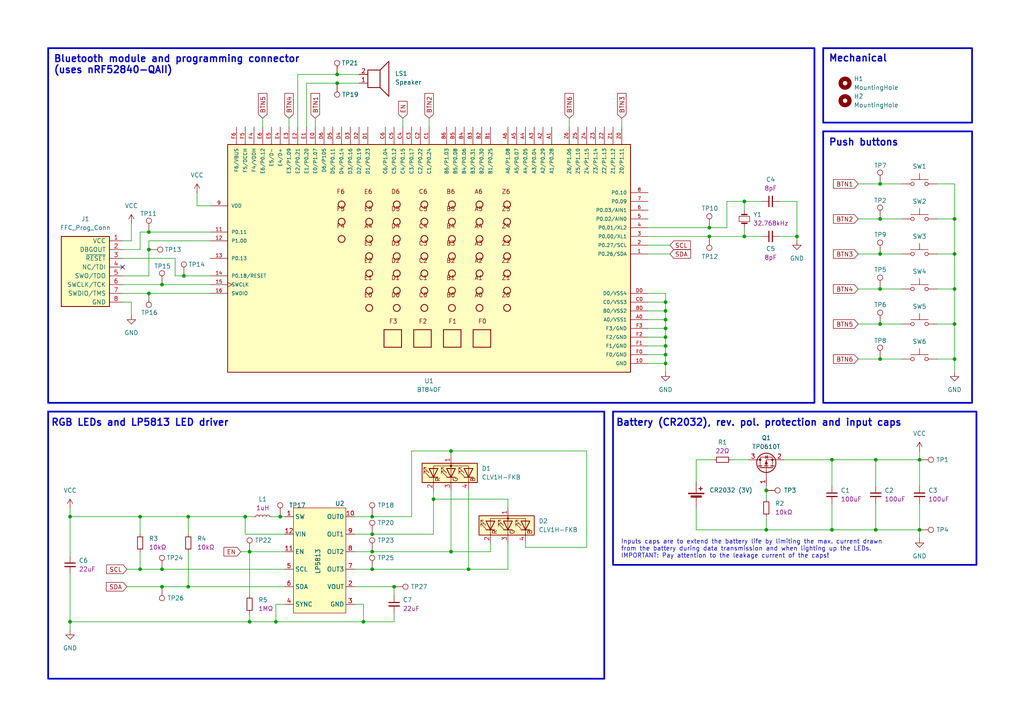
<source format=kicad_sch>
(kicad_sch (version 20250114) (generator "eeschema") (generator_version "9.0")
  (paper "A4")
  (title_block (title "Nordic Clicker - main board") (date "2025-02-08") (rev "A"))
  (rectangle (start 177.8 119.38) (end 283.21 163.83) (stroke (width 0.5)))
  (rectangle (start 238.76 13.97) (end 281.94 35.56) (stroke (width 0.5)))
  (rectangle (start 13.97 13.97) (end 236.22 116.84) (stroke (width 0.5)))
  (rectangle (start 238.76 38.1) (end 281.94 116.84) (stroke (width 0.5)))
  (rectangle (start 13.97 119.38) (end 175.26 196.85) (stroke (width 0.5)))
  (text "Heights above PCB:\nButtons: 2.5 mm\nButton cap lip: 1.0 mm\nLEDs: 1.9 mm\nFront panel PCB: min. FPP = 0.8 mm\n\n--> Light pipe length:\nFPP + 2.5 + 1.0 - 1.9 = min. 2.4 mm" (at 355.346 29.464 0) (effects (font (size 1.27 1.27)) (justify left)))
  (text "Push buttons" (at 240.284 41.402 0) (effects (font (size 2 2) (thickness 0.375)) (justify left)))
  (text "Bluetooth module and programming connector\n(uses nRF52840-QAII)" (at 15.494 18.796 0) (effects (font (size 2 2) (thickness 0.375)) (justify left)))
  (text "Inputs caps are to extend the battery life by limiting the max. current drawn\nfrom the battery during data transmission and when lighting up the LEDs.\nIMPORTANT: Pay attention to the leakage current of the caps!" (at 180.086 159.258 0) (effects (font (size 1.27 1.27)) (justify left)))
  (text "RGB LEDs and LP5813 LED driver" (at 14.732 122.682 0) (effects (font (size 2 2) (thickness 0.375)) (justify left)))
  (text "Battery (CR2032), rev. pol. protection and input caps" (at 178.562 122.682 0) (effects (font (size 2 2) (thickness 0.375)) (justify left)))
  (text "Mechanical" (at 240.284 17.018 0) (effects (font (size 2 2) (thickness 0.375)) (justify left)))
  (junction (at 105.41 180.34))
  (junction (at 205.74 68.58))
  (junction (at 276.86 93.98))
  (junction (at 54.61 170.18))
  (junction (at 255.27 83.82))
  (junction (at 231.14 68.58))
  (junction (at 193.04 90.17))
  (junction (at 255.27 104.14))
  (junction (at 130.81 130.81))
  (junction (at 72.39 180.34))
  (junction (at 46.99 82.55))
  (junction (at 114.3 170.18))
  (junction (at 40.64 165.1))
  (junction (at 46.99 165.1))
  (junction (at 193.04 95.25))
  (junction (at 125.73 144.78))
  (junction (at 43.18 85.09))
  (junction (at 97.79 21.59))
  (junction (at 80.01 180.34))
  (junction (at 255.27 53.34))
  (junction (at 254 153.67))
  (junction (at 107.95 165.1))
  (junction (at 193.04 102.87))
  (junction (at 276.86 83.82))
  (junction (at 241.3 153.67))
  (junction (at 43.18 67.31))
  (junction (at 40.64 149.86))
  (junction (at 193.04 105.41))
  (junction (at 193.04 87.63))
  (junction (at 107.95 160.02))
  (junction (at 193.04 97.79))
  (junction (at 130.81 160.02))
  (junction (at 135.89 165.1))
  (junction (at 276.86 104.14))
  (junction (at 266.7 153.67))
  (junction (at 193.04 100.33))
  (junction (at 81.28 149.86))
  (junction (at 205.74 66.04))
  (junction (at 54.61 149.86))
  (junction (at 241.3 133.35))
  (junction (at 46.99 170.18))
  (junction (at 53.34 80.01))
  (junction (at 255.27 93.98))
  (junction (at 107.95 154.94))
  (junction (at 215.9 68.58))
  (junction (at 222.25 153.67))
  (junction (at 255.27 63.5))
  (junction (at 107.95 149.86))
  (junction (at 276.86 73.66))
  (junction (at 193.04 92.71))
  (junction (at 43.18 72.39))
  (junction (at 222.25 142.24))
  (junction (at 266.7 133.35))
  (junction (at 255.27 73.66))
  (junction (at 72.39 160.02))
  (junction (at 71.12 149.86))
  (junction (at 20.32 180.34))
  (junction (at 215.9 58.42))
  (junction (at 254 133.35))
  (junction (at 97.79 24.13))
  (junction (at 20.32 149.86))
  (junction (at 276.86 63.5))
  (no_connect (at 35.56 77.47))
  (wire (pts (xy 43.18 85.09) (xy 60.96 85.09)))
  (wire (pts (xy 43.18 67.31) (xy 60.96 67.31)))
  (wire (pts (xy 231.14 58.42) (xy 231.14 68.58)))
  (wire (pts (xy 147.32 144.78) (xy 147.32 147.32)))
  (wire (pts (xy 114.3 177.8) (xy 114.3 180.34)))
  (wire (pts (xy 135.89 142.24) (xy 135.89 165.1)))
  (wire (pts (xy 201.93 133.35) (xy 207.01 133.35)))
  (wire (pts (xy 124.46 34.29) (xy 124.46 36.83)))
  (wire (pts (xy 201.93 147.32) (xy 201.93 153.67)))
  (wire (pts (xy 254 140.97) (xy 254 133.35)))
  (wire (pts (xy 187.96 95.25) (xy 193.04 95.25)))
  (wire (pts (xy 114.3 172.72) (xy 114.3 170.18)))
  (wire (pts (xy 135.89 165.1) (xy 147.32 165.1)))
  (wire (pts (xy 53.34 80.01) (xy 60.96 80.01)))
  (wire (pts (xy 187.96 87.63) (xy 193.04 87.63)))
  (wire (pts (xy 266.7 130.81) (xy 266.7 133.35)))
  (wire (pts (xy 107.95 154.94) (xy 125.73 154.94)))
  (wire (pts (xy 222.25 142.24) (xy 222.25 144.78)))
  (wire (pts (xy 193.04 102.87) (xy 193.04 105.41)))
  (wire (pts (xy 276.86 63.5) (xy 276.86 73.66)))
  (wire (pts (xy 271.78 104.14) (xy 276.86 104.14)))
  (wire (pts (xy 187.96 92.71) (xy 193.04 92.71)))
  (wire (pts (xy 165.1 34.29) (xy 165.1 36.83)))
  (wire (pts (xy 35.56 74.93) (xy 50.8 74.93)))
  (wire (pts (xy 187.96 68.58) (xy 205.74 68.58)))
  (wire (pts (xy 40.64 72.39) (xy 40.64 67.31)))
  (wire (pts (xy 71.12 154.94) (xy 71.12 149.86)))
  (wire (pts (xy 46.99 170.18) (xy 54.61 170.18)))
  (wire (pts (xy 255.27 104.14) (xy 261.62 104.14)))
  (wire (pts (xy 187.96 71.12) (xy 194.31 71.12)))
  (wire (pts (xy 248.92 73.66) (xy 255.27 73.66)))
  (wire (pts (xy 107.95 160.02) (xy 130.81 160.02)))
  (wire (pts (xy 88.9 36.83) (xy 88.9 24.13)))
  (wire (pts (xy 54.61 170.18) (xy 82.55 170.18)))
  (wire (pts (xy 114.3 180.34) (xy 105.41 180.34)))
  (wire (pts (xy 102.87 170.18) (xy 114.3 170.18)))
  (wire (pts (xy 170.18 158.75) (xy 170.18 130.81)))
  (wire (pts (xy 215.9 58.42) (xy 220.98 58.42)))
  (wire (pts (xy 226.06 68.58) (xy 231.14 68.58)))
  (wire (pts (xy 54.61 149.86) (xy 71.12 149.86)))
  (wire (pts (xy 248.92 53.34) (xy 255.27 53.34)))
  (wire (pts (xy 38.1 64.77) (xy 38.1 69.85)))
  (wire (pts (xy 210.82 58.42) (xy 215.9 58.42)))
  (wire (pts (xy 97.79 21.59) (xy 104.14 21.59)))
  (wire (pts (xy 205.74 66.04) (xy 210.82 66.04)))
  (wire (pts (xy 241.3 153.67) (xy 222.25 153.67)))
  (wire (pts (xy 193.04 92.71) (xy 193.04 95.25)))
  (wire (pts (xy 57.15 55.88) (xy 57.15 59.69)))
  (wire (pts (xy 271.78 83.82) (xy 276.86 83.82)))
  (wire (pts (xy 193.04 97.79) (xy 193.04 100.33)))
  (wire (pts (xy 102.87 149.86) (xy 107.95 149.86)))
  (wire (pts (xy 255.27 93.98) (xy 261.62 93.98)))
  (wire (pts (xy 248.92 63.5) (xy 255.27 63.5)))
  (wire (pts (xy 43.18 80.01) (xy 43.18 72.39)))
  (wire (pts (xy 20.32 166.37) (xy 20.32 180.34)))
  (wire (pts (xy 241.3 146.05) (xy 241.3 153.67)))
  (wire (pts (xy 82.55 154.94) (xy 71.12 154.94)))
  (wire (pts (xy 107.95 165.1) (xy 135.89 165.1)))
  (wire (pts (xy 46.99 82.55) (xy 60.96 82.55)))
  (wire (pts (xy 187.96 66.04) (xy 205.74 66.04)))
  (wire (pts (xy 83.82 34.29) (xy 83.82 36.83)))
  (wire (pts (xy 35.56 69.85) (xy 38.1 69.85)))
  (wire (pts (xy 57.15 59.69) (xy 60.96 59.69)))
  (wire (pts (xy 170.18 130.81) (xy 130.81 130.81)))
  (wire (pts (xy 35.56 87.63) (xy 38.1 87.63)))
  (wire (pts (xy 72.39 160.02) (xy 72.39 172.72)))
  (wire (pts (xy 40.64 149.86) (xy 40.64 154.94)))
  (wire (pts (xy 241.3 133.35) (xy 241.3 140.97)))
  (wire (pts (xy 205.74 68.58) (xy 215.9 68.58)))
  (wire (pts (xy 152.4 158.75) (xy 170.18 158.75)))
  (wire (pts (xy 78.74 149.86) (xy 81.28 149.86)))
  (wire (pts (xy 276.86 104.14) (xy 276.86 107.95)))
  (wire (pts (xy 222.25 153.67) (xy 222.25 149.86)))
  (wire (pts (xy 102.87 154.94) (xy 107.95 154.94)))
  (wire (pts (xy 212.09 133.35) (xy 217.17 133.35)))
  (wire (pts (xy 210.82 66.04) (xy 210.82 58.42)))
  (wire (pts (xy 40.64 160.02) (xy 40.64 165.1)))
  (wire (pts (xy 276.86 73.66) (xy 276.86 83.82)))
  (wire (pts (xy 102.87 160.02) (xy 107.95 160.02)))
  (wire (pts (xy 266.7 156.21) (xy 266.7 153.67)))
  (wire (pts (xy 20.32 180.34) (xy 72.39 180.34)))
  (wire (pts (xy 130.81 130.81) (xy 130.81 132.08)))
  (wire (pts (xy 276.86 83.82) (xy 276.86 93.98)))
  (wire (pts (xy 130.81 142.24) (xy 130.81 160.02)))
  (wire (pts (xy 125.73 144.78) (xy 147.32 144.78)))
  (wire (pts (xy 152.4 157.48) (xy 152.4 158.75)))
  (wire (pts (xy 80.01 180.34) (xy 105.41 180.34)))
  (wire (pts (xy 119.38 149.86) (xy 107.95 149.86)))
  (wire (pts (xy 193.04 95.25) (xy 193.04 97.79)))
  (wire (pts (xy 35.56 80.01) (xy 43.18 80.01)))
  (wire (pts (xy 40.64 165.1) (xy 46.99 165.1)))
  (wire (pts (xy 71.12 149.86) (xy 73.66 149.86)))
  (wire (pts (xy 125.73 154.94) (xy 125.73 144.78)))
  (wire (pts (xy 193.04 100.33) (xy 193.04 102.87)))
  (wire (pts (xy 254 146.05) (xy 254 153.67)))
  (wire (pts (xy 20.32 182.88) (xy 20.32 180.34)))
  (wire (pts (xy 187.96 97.79) (xy 193.04 97.79)))
  (wire (pts (xy 271.78 53.34) (xy 276.86 53.34)))
  (wire (pts (xy 187.96 105.41) (xy 193.04 105.41)))
  (wire (pts (xy 180.34 34.29) (xy 180.34 36.83)))
  (wire (pts (xy 81.28 149.86) (xy 82.55 149.86)))
  (wire (pts (xy 248.92 104.14) (xy 255.27 104.14)))
  (wire (pts (xy 266.7 153.67) (xy 254 153.67)))
  (wire (pts (xy 248.92 93.98) (xy 255.27 93.98)))
  (wire (pts (xy 20.32 149.86) (xy 40.64 149.86)))
  (wire (pts (xy 80.01 175.26) (xy 80.01 180.34)))
  (wire (pts (xy 116.84 34.29) (xy 116.84 36.83)))
  (wire (pts (xy 187.96 102.87) (xy 193.04 102.87)))
  (wire (pts (xy 241.3 153.67) (xy 254 153.67)))
  (wire (pts (xy 119.38 130.81) (xy 130.81 130.81)))
  (wire (pts (xy 193.04 87.63) (xy 193.04 90.17)))
  (wire (pts (xy 43.18 72.39) (xy 43.18 69.85)))
  (wire (pts (xy 255.27 53.34) (xy 261.62 53.34)))
  (wire (pts (xy 201.93 133.35) (xy 201.93 139.7)))
  (wire (pts (xy 54.61 160.02) (xy 54.61 170.18)))
  (wire (pts (xy 266.7 140.97) (xy 266.7 133.35)))
  (wire (pts (xy 130.81 160.02) (xy 142.24 160.02)))
  (wire (pts (xy 255.27 63.5) (xy 261.62 63.5)))
  (wire (pts (xy 215.9 66.04) (xy 215.9 68.58)))
  (wire (pts (xy 215.9 60.96) (xy 215.9 58.42)))
  (wire (pts (xy 43.18 69.85) (xy 60.96 69.85)))
  (wire (pts (xy 102.87 165.1) (xy 107.95 165.1)))
  (wire (pts (xy 266.7 133.35) (xy 254 133.35)))
  (wire (pts (xy 102.87 175.26) (xy 105.41 175.26)))
  (wire (pts (xy 40.64 149.86) (xy 54.61 149.86)))
  (wire (pts (xy 227.33 133.35) (xy 241.3 133.35)))
  (wire (pts (xy 36.83 165.1) (xy 40.64 165.1)))
  (wire (pts (xy 222.25 140.97) (xy 222.25 142.24)))
  (wire (pts (xy 193.04 85.09) (xy 193.04 87.63)))
  (wire (pts (xy 35.56 72.39) (xy 40.64 72.39)))
  (wire (pts (xy 271.78 73.66) (xy 276.86 73.66)))
  (wire (pts (xy 72.39 177.8) (xy 72.39 180.34)))
  (wire (pts (xy 193.04 90.17) (xy 193.04 92.71)))
  (wire (pts (xy 255.27 83.82) (xy 261.62 83.82)))
  (wire (pts (xy 255.27 73.66) (xy 261.62 73.66)))
  (wire (pts (xy 82.55 175.26) (xy 80.01 175.26)))
  (wire (pts (xy 125.73 144.78) (xy 125.73 142.24)))
  (wire (pts (xy 76.2 34.29) (xy 76.2 36.83)))
  (wire (pts (xy 142.24 160.02) (xy 142.24 157.48)))
  (wire (pts (xy 69.85 160.02) (xy 72.39 160.02)))
  (wire (pts (xy 50.8 80.01) (xy 53.34 80.01)))
  (wire (pts (xy 20.32 147.32) (xy 20.32 149.86)))
  (wire (pts (xy 105.41 175.26) (xy 105.41 180.34)))
  (wire (pts (xy 187.96 90.17) (xy 193.04 90.17)))
  (wire (pts (xy 40.64 67.31) (xy 43.18 67.31)))
  (wire (pts (xy 46.99 165.1) (xy 82.55 165.1)))
  (wire (pts (xy 215.9 68.58) (xy 220.98 68.58)))
  (wire (pts (xy 193.04 105.41) (xy 193.04 107.95)))
  (wire (pts (xy 271.78 93.98) (xy 276.86 93.98)))
  (wire (pts (xy 187.96 73.66) (xy 194.31 73.66)))
  (wire (pts (xy 91.44 34.29) (xy 91.44 36.83)))
  (wire (pts (xy 97.79 24.13) (xy 104.14 24.13)))
  (wire (pts (xy 201.93 153.67) (xy 222.25 153.67)))
  (wire (pts (xy 276.86 93.98) (xy 276.86 104.14)))
  (wire (pts (xy 38.1 87.63) (xy 38.1 91.44)))
  (wire (pts (xy 187.96 85.09) (xy 193.04 85.09)))
  (wire (pts (xy 35.56 82.55) (xy 46.99 82.55)))
  (wire (pts (xy 271.78 63.5) (xy 276.86 63.5)))
  (wire (pts (xy 86.36 36.83) (xy 86.36 21.59)))
  (wire (pts (xy 72.39 160.02) (xy 82.55 160.02)))
  (wire (pts (xy 88.9 24.13) (xy 97.79 24.13)))
  (wire (pts (xy 54.61 149.86) (xy 54.61 154.94)))
  (wire (pts (xy 226.06 58.42) (xy 231.14 58.42)))
  (wire (pts (xy 231.14 68.58) (xy 231.14 69.85)))
  (wire (pts (xy 86.36 21.59) (xy 97.79 21.59)))
  (wire (pts (xy 276.86 53.34) (xy 276.86 63.5)))
  (wire (pts (xy 35.56 85.09) (xy 43.18 85.09)))
  (wire (pts (xy 266.7 146.05) (xy 266.7 153.67)))
  (wire (pts (xy 72.39 180.34) (xy 80.01 180.34)))
  (wire (pts (xy 248.92 83.82) (xy 255.27 83.82)))
  (wire (pts (xy 147.32 165.1) (xy 147.32 157.48)))
  (wire (pts (xy 20.32 161.29) (xy 20.32 149.86)))
  (wire (pts (xy 187.96 100.33) (xy 193.04 100.33)))
  (wire (pts (xy 254 133.35) (xy 241.3 133.35)))
  (wire (pts (xy 50.8 74.93) (xy 50.8 80.01)))
  (wire (pts (xy 36.83 170.18) (xy 46.99 170.18)))
  (wire (pts (xy 119.38 130.81) (xy 119.38 149.86)))
  (global_label "EN" (shape input) (at 116.84 34.29 90) (property "Intersheetrefs" "${INTERSHEET_REFS}" (effects (hide yes))))
  (global_label "BTN6" (shape input) (at 248.92 104.14 180) (property "Intersheetrefs" "${INTERSHEET_REFS}" (effects (hide yes))))
  (global_label "BTN2" (shape input) (at 124.46 34.29 90) (property "Intersheetrefs" "${INTERSHEET_REFS}" (effects (hide yes))))
  (global_label "BTN4" (shape input) (at 248.92 83.82 180) (property "Intersheetrefs" "${INTERSHEET_REFS}" (effects (hide yes))))
  (global_label "BTN4" (shape input) (at 83.82 34.29 90) (property "Intersheetrefs" "${INTERSHEET_REFS}" (effects (hide yes))))
  (global_label "BTN3" (shape input) (at 248.92 73.66 180) (property "Intersheetrefs" "${INTERSHEET_REFS}" (effects (hide yes))))
  (global_label "BTN6" (shape input) (at 165.1 34.29 90) (property "Intersheetrefs" "${INTERSHEET_REFS}" (effects (hide yes))))
  (global_label "BTN5" (shape input) (at 76.2 34.29 90) (property "Intersheetrefs" "${INTERSHEET_REFS}" (effects (hide yes))))
  (global_label "BTN2" (shape input) (at 248.92 63.5 180) (property "Intersheetrefs" "${INTERSHEET_REFS}" (effects (hide yes))))
  (global_label "BTN1" (shape input) (at 91.44 34.29 90) (property "Intersheetrefs" "${INTERSHEET_REFS}" (effects (hide yes))))
  (global_label "SCL" (shape input) (at 36.83 165.1 180) (property "Intersheetrefs" "${INTERSHEET_REFS}" (effects (hide yes))))
  (global_label "BTN3" (shape input) (at 180.34 34.29 90) (property "Intersheetrefs" "${INTERSHEET_REFS}" (effects (hide yes))))
  (global_label "BTN5" (shape input) (at 248.92 93.98 180) (property "Intersheetrefs" "${INTERSHEET_REFS}" (effects (hide yes))))
  (global_label "SCL" (shape input) (at 194.31 71.12 0) (property "Intersheetrefs" "${INTERSHEET_REFS}" (effects (hide yes))))
  (global_label "BTN1" (shape input) (at 248.92 53.34 180) (property "Intersheetrefs" "${INTERSHEET_REFS}" (effects (hide yes))))
  (global_label "EN" (shape input) (at 69.85 160.02 180) (property "Intersheetrefs" "${INTERSHEET_REFS}" (effects (hide yes))))
  (global_label "SDA" (shape input) (at 36.83 170.18 180) (property "Intersheetrefs" "${INTERSHEET_REFS}" (effects (hide yes))))
  (global_label "SDA" (shape input) (at 194.31 73.66 0) (property "Intersheetrefs" "${INTERSHEET_REFS}" (effects (hide yes))))
  (symbol (lib_id "KiPLM:CON/CON-0000-0080") (at 25.4 78.74 0) (unit 1)
    (property "Reference" "J1" (at 24.765 63.5 0))
    (property "Value" "FFC_Prog_Conn" (at 24.765 66.04 0))
    (property "Footprint" "KiPLM_Footprints:Molex_505110-0892" (effects (hide yes)))
    (property "Datasheet" "https://www.molex.com/en-us/products/part-detail/5051100892?display=pdf" (effects (hide yes)))
    (property "Description" "FC & FPC Connectors 0.5 FPC ZIF BTM CONT EMBT PKG 8Ckt" (effects (hide yes)))
    (property "IPN" "CON-0000-0080" (effects (hide yes)))
    (property "MPN" "505110-0892" (effects (hide yes)))
    (property "Manufacturer" "Molex" (effects (hide yes)))
    (property "Symbol" "KiPLM_Symbols:FFC_Prog_Conn" (effects (hide yes)))
    (property "Pins" "8" (effects (hide yes)))
    (property "Mouser-PN" "538-505110-0892" (effects (hide yes)))
  )
  (symbol (lib_id "KiPLM_Symbols:Test_Point") (at 107.95 154.94 0) (unit 1)
    (property "Reference" "TP20" (at 109.474 151.638 0) (effects (justify left)))
    (property "Value" "Test_Point" (effects (hide yes)))
    (property "Footprint" "TestPoint:TestPoint_Pad_D1.0mm" (effects (hide yes)))
    (property "Description" "test point" (effects (hide yes)))
  )
  (symbol (lib_id "KiPLM:CAP/CAP-0001-022U") (at 114.3 175.26 0) (unit 1)
    (property "Reference" "C7" (at 116.84 173.9962 0) (effects (justify left)))
    (property "Value" "22uF" (effects (hide yes)))
    (property "Footprint" "Capacitor_SMD:C_0603_1608Metric" (effects (hide yes)))
    (property "Datasheet" "https://search.murata.co.jp/Ceramy/image/img/A01X/G101/ENG/GRM188C61C226ME01-01A.pdf" (effects (hide yes)))
    (property "Description" "Multilayer Ceramic Capacitors MLCC - SMD/SMT 0603 16VDC X5S 22uF 20%" (effects (hide yes)))
    (property "Capacitance" "22uF" (at 116.84 176.5362 0) (effects (justify left)))
    (property "IPN" "CAP-0001-022U" (effects (hide yes)))
    (property "MPN" "GRM188C61C226ME01J" (effects (hide yes)))
    (property "Manufacturer" "Murata" (effects (hide yes)))
    (property "Symbol" "KiPLM_Symbols:Capacitor" (effects (hide yes)))
    (property "Voltage" "16V" (effects (hide yes)))
    (property "Material" "X5S" (effects (hide yes)))
    (property "Tolerance" "20%" (effects (hide yes)))
    (property "Package" "0603" (effects (hide yes)))
    (property "Mouser-PN" "81-GRM188C61C226ME1J" (effects (hide yes)))
  )
  (symbol (lib_id "KiPLM_Symbols:Test_Point") (at 266.7 133.35 270) (unit 1)
    (property "Reference" "TP1" (at 271.526 133.35 90) (effects (justify left)))
    (property "Value" "Test_Point" (effects (hide yes)))
    (property "Footprint" "TestPoint:TestPoint_Pad_D1.0mm" (effects (hide yes)))
    (property "Description" "test point" (effects (hide yes)))
  )
  (symbol (lib_id "KiPLM:RFM/RFM-0000-840F") (at 124.46 74.93 180) (unit 1)
    (property "Reference" "U1" (at 124.46 110.49 0))
    (property "Value" "BT840F" (at 124.46 113.03 0))
    (property "Footprint" "KiPLM_Footprints:BT840F" (effects (hide yes)))
    (property "Datasheet" "https://www.mouser.it/datasheet/2/915/BlueNor_BT840F_datasheets-1622692.pdf" (effects (hide yes)))
    (property "Description" "Bluetooth Modules - 802.15.1 Bluetooth Module" (effects (hide yes)))
    (property "IPN" "RFM-0000-840F" (effects (hide yes)))
    (property "MPN" "BT840F" (effects (hide yes)))
    (property "Manufacturer" "Fanstel" (effects (hide yes)))
    (property "Symbol" "KiPLM_Symbols:BT840F" (effects (hide yes)))
    (property "Mouser-PN" "308-BT840F" (effects (hide yes)))
  )
  (symbol (lib_id "KiPLM:SWI/SWI-0000-810G") (at 266.7 93.98 0) (mirror y) (unit 1)
    (property "Reference" "SW5" (at 266.7 88.9 0))
    (property "Value" "PTS810SJG250SMTR LFS" (effects (hide yes)))
    (property "Footprint" "KiPLM_Footprints:PTS810" (effects (hide yes)))
    (property "Datasheet" "https://ckswitches.com/media/1476/pts810.pdf" (effects (hide yes)))
    (property "Description" "Tactile Switches Microminiature SMT Top Actuated" (effects (hide yes)))
    (property "IPN" "SWI-0000-810G" (effects (hide yes)))
    (property "MPN" "PTS810SJG250SMTR LFS" (effects (hide yes)))
    (property "Manufacturer" "C&K Switches" (effects (hide yes)))
    (property "Symbol" "KiPLM_Symbols:SW_Push" (effects (hide yes)))
    (property "Mouser-PN" "611-PTS810SJG250SMTR" (effects (hide yes)))
  )
  (symbol (lib_id "KiPLM_Symbols:Test_Point") (at 205.74 68.58 180) (unit 1)
    (property "Reference" "TP12" (at 203.454 74.422 0) (effects (justify right)))
    (property "Value" "Test_Point" (effects (hide yes)))
    (property "Footprint" "TestPoint:TestPoint_Pad_D1.0mm" (effects (hide yes)))
    (property "Description" "test point" (effects (hide yes)))
  )
  (symbol (lib_id "KiPLM_Symbols:Test_Point") (at 81.28 149.86 0) (unit 1)
    (property "Reference" "TP17" (at 83.82 146.5579 0) (effects (justify left)))
    (property "Value" "Test_Point" (effects (hide yes)))
    (property "Footprint" "TestPoint:TestPoint_Pad_D1.0mm" (effects (hide yes)))
    (property "Description" "test point" (effects (hide yes)))
  )
  (symbol (lib_id "KiPLM_Symbols:Test_Point") (at 255.27 93.98 0) (unit 1)
    (property "Reference" "TP6" (at 253.492 88.392 0) (effects (justify left)))
    (property "Value" "Test_Point" (effects (hide yes)))
    (property "Footprint" "TestPoint:TestPoint_Pad_D1.0mm" (effects (hide yes)))
    (property "Description" "test point" (effects (hide yes)))
  )
  (symbol (lib_id "KiPLM:OSC/OSC-0000-WTCH") (at 215.9 63.5 90) (unit 1)
    (property "Reference" "Y1" (at 218.44 62.2299 90) (effects (justify right)))
    (property "Value" "32.768kHz" (effects (hide yes)))
    (property "Footprint" "KiPLM_Footprints:ABS07AIG" (effects (hide yes)))
    (property "Datasheet" "https://www.mouser.it/datasheet/2/3/ABS07-3080027.pdf" (effects (hide yes)))
    (property "Description" "Crystals 32.768 KHZ  9.0PF 20PPM -40+85" (effects (hide yes)))
    (property "Frequency" "32.768kHz" (at 218.44 64.7699 90) (effects (justify right)))
    (property "IPN" "OSC-0000-WTCH" (effects (hide yes)))
    (property "MPN" "ABS07-32.768KHZ-9-T" (effects (hide yes)))
    (property "Manufacturer" "ABRACON" (effects (hide yes)))
    (property "Symbol" "KiPLM_Symbols:Crystal" (effects (hide yes)))
    (property "Load Capacitance" "9pF" (effects (hide yes)))
    (property "Mouser-PN" "815-ABS07-32.768K9T" (effects (hide yes)))
  )
  (symbol (lib_id "KiPLM_Symbols:Test_Point") (at 266.7 153.67 270) (unit 1)
    (property "Reference" "TP4" (at 271.526 153.67 90) (effects (justify left)))
    (property "Value" "Test_Point" (effects (hide yes)))
    (property "Footprint" "TestPoint:TestPoint_Pad_D1.0mm" (effects (hide yes)))
    (property "Description" "test point" (effects (hide yes)))
  )
  (symbol (lib_id "power:VCC") (at 20.32 147.32 0) (unit 1)
    (property "Reference" "#PWR014" (effects (hide yes)))
    (property "Value" "VCC" (at 20.32 142.24 0))
    (property "Description" "Power symbol creates a global label with name \"VCC\"" (effects (hide yes)))
  )
  (symbol (lib_id "KiPLM_Symbols:Test_Point") (at 53.34 80.01 0) (unit 1)
    (property "Reference" "TP14" (at 54.61 76.708 0) (effects (justify left)))
    (property "Value" "Test_Point" (effects (hide yes)))
    (property "Footprint" "TestPoint:TestPoint_Pad_D1.0mm" (effects (hide yes)))
    (property "Description" "test point" (effects (hide yes)))
  )
  (symbol (lib_id "KiPLM_Symbols:Test_Point") (at 43.18 85.09 180) (unit 1)
    (property "Reference" "TP16" (at 40.894 90.678 0) (effects (justify right)))
    (property "Value" "Test_Point" (effects (hide yes)))
    (property "Footprint" "TestPoint:TestPoint_Pad_D1.0mm" (effects (hide yes)))
    (property "Description" "test point" (effects (hide yes)))
  )
  (symbol (lib_id "KiPLM_Symbols:Test_Point") (at 255.27 63.5 0) (unit 1)
    (property "Reference" "TP2" (at 253.492 58.166 0) (effects (justify left)))
    (property "Value" "Test_Point" (effects (hide yes)))
    (property "Footprint" "TestPoint:TestPoint_Pad_D1.0mm" (effects (hide yes)))
    (property "Description" "test point" (effects (hide yes)))
  )
  (symbol (lib_id "KiPLM:RES/RES-0000-0220") (at 209.55 133.35 90) (unit 1)
    (property "Reference" "R1" (at 209.55 128.27 90))
    (property "Value" "22Ω" (effects (hide yes)))
    (property "Footprint" "Resistor_SMD:R_0603_1608Metric" (effects (hide yes)))
    (property "Datasheet" "https://www.vishay.com/doc?28773" (effects (hide yes)))
    (property "Description" "Thick Film Resistors - SMD 1/10Watt 5.1Kohms 1% Commercial Use" (effects (hide yes)))
    (property "Resistance" "22Ω" (at 209.55 130.81 90))
    (property "IPN" "RES-0000-0220" (effects (hide yes)))
    (property "MPN" "CRCW060322R0FKEAC" (effects (hide yes)))
    (property "Manufacturer" "Vishay" (effects (hide yes)))
    (property "Symbol" "KiPLM_Symbols:Resistor" (effects (hide yes)))
    (property "Voltage" "75V" (effects (hide yes)))
    (property "Power" "100mW" (effects (hide yes)))
    (property "Tolerance" "1%" (effects (hide yes)))
    (property "Package" "0603" (effects (hide yes)))
    (property "Temperature Coefficient" "100PPM/°C" (effects (hide yes)))
    (property "Mouser-PN" "71-CRCW060322R0FKEAC" (effects (hide yes)))
  )
  (symbol (lib_id "KiPLM_Symbols:Test_Point") (at 43.18 67.31 0) (unit 1)
    (property "Reference" "TP11" (at 40.64 61.976 0) (effects (justify left)))
    (property "Value" "Test_Point" (effects (hide yes)))
    (property "Footprint" "TestPoint:TestPoint_Pad_D1.0mm" (effects (hide yes)))
    (property "Description" "test point" (effects (hide yes)))
  )
  (symbol (lib_id "power:VCC") (at 38.1 64.77 0) (unit 1)
    (property "Reference" "#PWR010" (effects (hide yes)))
    (property "Value" "VCC" (at 38.1 59.69 0))
    (property "Description" "Power symbol creates a global label with name \"VCC\"" (effects (hide yes)))
  )
  (symbol (lib_id "KiPLM:RES/RES-0000-0103") (at 222.25 147.32 0) (unit 1)
    (property "Reference" "R2" (at 224.79 146.0499 0) (effects (justify left)))
    (property "Value" "10kΩ" (effects (hide yes)))
    (property "Footprint" "Resistor_SMD:R_0603_1608Metric" (effects (hide yes)))
    (property "Datasheet" "https://www.vishay.com/doc?28773" (effects (hide yes)))
    (property "Description" "Thick Film Resistors - SMD 1/10Watt 10Kohms 1% Commercial Use" (effects (hide yes)))
    (property "Resistance" "10kΩ" (at 224.79 148.5899 0) (effects (justify left)))
    (property "IPN" "RES-0000-0103" (effects (hide yes)))
    (property "MPN" "CRCW060310K0FKEAC" (effects (hide yes)))
    (property "Manufacturer" "Vishay" (effects (hide yes)))
    (property "Symbol" "KiPLM_Symbols:Resistor" (effects (hide yes)))
    (property "Voltage" "75V" (effects (hide yes)))
    (property "Power" "100mW" (effects (hide yes)))
    (property "Tolerance" "1%" (effects (hide yes)))
    (property "Package" "0603" (effects (hide yes)))
    (property "Temperature Coefficient" "100 PPM/°C" (effects (hide yes)))
    (property "Mouser-PN" "71-CRCW060310K0FKEAC" (effects (hide yes)))
  )
  (symbol (lib_id "KiPLM_Symbols:Test_Point") (at 107.95 149.86 0) (unit 1)
    (property "Reference" "TP18" (at 109.474 146.558 0) (effects (justify left)))
    (property "Value" "Test_Point" (effects (hide yes)))
    (property "Footprint" "TestPoint:TestPoint_Pad_D1.0mm" (effects (hide yes)))
    (property "Description" "test point" (effects (hide yes)))
  )
  (symbol (lib_id "KiPLM:IND/IND-0000-1R0J") (at 76.2 149.86 90) (unit 1)
    (property "Reference" "L1" (at 76.2 144.78 90))
    (property "Value" "1uH" (effects (hide yes)))
    (property "Footprint" "KiPLM_Footprints:SRP4020TA" (effects (hide yes)))
    (property "Datasheet" "https://www.mouser.it/datasheet/2/54/srp4020ta-1391523.pdf" (effects (hide yes)))
    (property "Description" "Power Inductors - SMD 1uH 20% SMD 4020 AEC-Q200" (effects (hide yes)))
    (property "Inductance" "1uH" (at 76.2 147.32 90))
    (property "IPN" "IND-0000-1R0J" (effects (hide yes)))
    (property "MPN" "SRP4020TA-1R0M" (effects (hide yes)))
    (property "Manufacturer" "Bourns" (effects (hide yes)))
    (property "Symbol" "KiPLM_Symbols:Inductor" (effects (hide yes)))
    (property "Mouser-PN" "652-SRP4020TA-1R0M" (effects (hide yes)))
  )
  (symbol (lib_id "power:VCC") (at 57.15 55.88 0) (unit 1)
    (property "Reference" "#PWR09" (effects (hide yes)))
    (property "Value" "VCC" (at 57.15 50.8 0))
    (property "Description" "Power symbol creates a global label with name \"VCC\"" (effects (hide yes)))
  )
  (symbol (lib_id "KiPLM_Symbols:Test_Point") (at 72.39 160.02 0) (unit 1)
    (property "Reference" "TP22" (at 73.914 156.718 0) (effects (justify left)))
    (property "Value" "Test_Point" (effects (hide yes)))
    (property "Footprint" "TestPoint:TestPoint_Pad_D1.0mm" (effects (hide yes)))
    (property "Description" "test point" (effects (hide yes)))
  )
  (symbol (lib_id "power:GND") (at 193.04 107.95 0) (unit 1)
    (property "Reference" "#PWR013" (effects (hide yes)))
    (property "Value" "GND" (at 193.04 113.03 0))
    (property "Description" "Power symbol creates a global label with name \"GND\" , ground" (effects (hide yes)))
  )
  (symbol (lib_id "KiPLM:CAP/CAP-0001-022U") (at 20.32 163.83 0) (unit 1)
    (property "Reference" "C6" (at 22.86 162.5662 0) (effects (justify left)))
    (property "Value" "22uF" (effects (hide yes)))
    (property "Footprint" "Capacitor_SMD:C_0603_1608Metric" (effects (hide yes)))
    (property "Datasheet" "https://search.murata.co.jp/Ceramy/image/img/A01X/G101/ENG/GRM188C61C226ME01-01A.pdf" (effects (hide yes)))
    (property "Description" "Multilayer Ceramic Capacitors MLCC - SMD/SMT 0603 16VDC X5S 22uF 20%" (effects (hide yes)))
    (property "Capacitance" "22uF" (at 22.86 165.1062 0) (effects (justify left)))
    (property "IPN" "CAP-0001-022U" (effects (hide yes)))
    (property "MPN" "GRM188C61C226ME01J" (effects (hide yes)))
    (property "Manufacturer" "Murata" (effects (hide yes)))
    (property "Symbol" "KiPLM_Symbols:Capacitor" (effects (hide yes)))
    (property "Voltage" "16V" (effects (hide yes)))
    (property "Material" "X5S" (effects (hide yes)))
    (property "Tolerance" "20%" (effects (hide yes)))
    (property "Package" "0603" (effects (hide yes)))
    (property "Mouser-PN" "81-GRM188C61C226ME1J" (effects (hide yes)))
  )
  (symbol (lib_id "KiPLM_Symbols:Test_Point") (at 222.25 142.24 270) (unit 1)
    (property "Reference" "TP3" (at 227.33 142.2399 90) (effects (justify left)))
    (property "Value" "Test_Point" (effects (hide yes)))
    (property "Footprint" "TestPoint:TestPoint_Pad_D1.0mm" (effects (hide yes)))
    (property "Description" "test point" (effects (hide yes)))
  )
  (symbol (lib_id "KiPLM:SWI/SWI-0000-810G") (at 266.7 63.5 0) (mirror y) (unit 1)
    (property "Reference" "SW2" (at 266.7 58.42 0))
    (property "Value" "PTS810SJG250SMTR LFS" (effects (hide yes)))
    (property "Footprint" "KiPLM_Footprints:PTS810" (effects (hide yes)))
    (property "Datasheet" "https://ckswitches.com/media/1476/pts810.pdf" (effects (hide yes)))
    (property "Description" "Tactile Switches Microminiature SMT Top Actuated" (effects (hide yes)))
    (property "IPN" "SWI-0000-810G" (effects (hide yes)))
    (property "MPN" "PTS810SJG250SMTR LFS" (effects (hide yes)))
    (property "Manufacturer" "C&K Switches" (effects (hide yes)))
    (property "Symbol" "KiPLM_Symbols:SW_Push" (effects (hide yes)))
    (property "Mouser-PN" "611-PTS810SJG250SMTR" (effects (hide yes)))
  )
  (symbol (lib_id "KiPLM_Symbols:Test_Point") (at 107.95 160.02 0) (unit 1)
    (property "Reference" "TP23" (at 109.474 156.718 0) (effects (justify left)))
    (property "Value" "Test_Point" (effects (hide yes)))
    (property "Footprint" "TestPoint:TestPoint_Pad_D1.0mm" (effects (hide yes)))
    (property "Description" "test point" (effects (hide yes)))
  )
  (symbol (lib_id "KiPLM:SWI/SWI-0000-810G") (at 266.7 83.82 0) (mirror y) (unit 1)
    (property "Reference" "SW4" (at 266.7 78.74 0))
    (property "Value" "PTS810SJG250SMTR LFS" (effects (hide yes)))
    (property "Footprint" "KiPLM_Footprints:PTS810" (effects (hide yes)))
    (property "Datasheet" "https://ckswitches.com/media/1476/pts810.pdf" (effects (hide yes)))
    (property "Description" "Tactile Switches Microminiature SMT Top Actuated" (effects (hide yes)))
    (property "IPN" "SWI-0000-810G" (effects (hide yes)))
    (property "MPN" "PTS810SJG250SMTR LFS" (effects (hide yes)))
    (property "Manufacturer" "C&K Switches" (effects (hide yes)))
    (property "Symbol" "KiPLM_Symbols:SW_Push" (effects (hide yes)))
    (property "Mouser-PN" "611-PTS810SJG250SMTR" (effects (hide yes)))
  )
  (symbol (lib_id "KiPLM:CAP/CAP-0002-100U") (at 266.7 143.51 0) (unit 1)
    (property "Reference" "C3" (at 269.24 142.2462 0) (effects (justify left)))
    (property "Value" "100uF" (effects (hide yes)))
    (property "Footprint" "Capacitor_SMD:C_1206_3216Metric" (effects (hide yes)))
    (property "Datasheet" "https://product.tdk.com/system/files/dam/doc/product/capacitor/ceramic/mlcc/catalog/mlcc_commercial_general_en.pdf?ref_disty=mouser" (effects (hide yes)))
    (property "Description" "Multilayer Ceramic Capacitors MLCC - SMD/SMT 1206 10V 100uF X5R 20% T: 1.6mm" (effects (hide yes)))
    (property "Capacitance" "100uF" (at 269.24 144.7862 0) (effects (justify left)))
    (property "IPN" "CAP-0002-100U" (effects (hide yes)))
    (property "MPN" "C3216X5R1A107M160AC" (effects (hide yes)))
    (property "Manufacturer" "TDK" (effects (hide yes)))
    (property "Symbol" "KiPLM_Symbols:Capacitor" (effects (hide yes)))
    (property "Voltage" "10V" (effects (hide yes)))
    (property "Material" "X5R" (effects (hide yes)))
    (property "Tolerance" "20%" (effects (hide yes)))
    (property "Package" "1206" (effects (hide yes)))
    (property "Mouser-PN" "810-C3216X5R1A107M" (effects (hide yes)))
  )
  (symbol (lib_id "KiPLM_Symbols:Test_Point") (at 43.18 72.39 270) (unit 1)
    (property "Reference" "TP13" (at 47.752 72.39 90) (effects (justify left)))
    (property "Value" "Test_Point" (effects (hide yes)))
    (property "Footprint" "TestPoint:TestPoint_Pad_D1.0mm" (effects (hide yes)))
    (property "Description" "test point" (effects (hide yes)))
  )
  (symbol (lib_id "KiPLM:XTR/XTR-0000-000P") (at 222.25 135.89 90) (unit 1)
    (property "Reference" "Q1" (at 222.25 127 90))
    (property "Value" "TP0610T" (at 222.25 129.54 90))
    (property "Footprint" "Package_TO_SOT_SMD:SOT-23" (effects (hide yes)))
    (property "Datasheet" "https://www.vishay.com/doc?64004" (effects (hide yes)))
    (property "Description" "MOSFETs -20V Vds 8V Vgs SOT-23" (effects (hide yes)))
    (property "IPN" "XTR-0000-000P" (effects (hide yes)))
    (property "MPN" "SI2323DDS-T1-GE3" (effects (hide yes)))
    (property "Manufacturer" "Vishay" (effects (hide yes)))
    (property "Symbol" "Transistor_FET:TP0610T" (effects (hide yes)))
    (property "Mouser-PN" "78-SI2323DDS-T1-GE3" (effects (hide yes)))
  )
  (symbol (lib_id "KiPLM_Symbols:Test_Point") (at 97.79 21.59 0) (unit 1)
    (property "Reference" "TP21" (at 99.06 18.288 0) (effects (justify left)))
    (property "Value" "Test_Point" (effects (hide yes)))
    (property "Footprint" "TestPoint:TestPoint_Pad_D1.0mm" (effects (hide yes)))
    (property "Description" "test point" (effects (hide yes)))
  )
  (symbol (lib_id "KiPLM_Symbols:Test_Point") (at 97.79 24.13 180) (unit 1)
    (property "Reference" "TP19" (at 101.6 27.432 0))
    (property "Value" "Test_Point" (effects (hide yes)))
    (property "Footprint" "TestPoint:TestPoint_Pad_D1.0mm" (effects (hide yes)))
    (property "Description" "test point" (effects (hide yes)))
  )
  (symbol (lib_id "KiPLM_Symbols:Test_Point") (at 46.99 170.18 180) (unit 1)
    (property "Reference" "TP26" (at 48.514 173.482 0) (effects (justify right)))
    (property "Value" "Test_Point" (effects (hide yes)))
    (property "Footprint" "TestPoint:TestPoint_Pad_D1.0mm" (effects (hide yes)))
    (property "Description" "test point" (effects (hide yes)))
  )
  (symbol (lib_id "KiPLM:SWI/SWI-0000-810G") (at 266.7 53.34 0) (mirror y) (unit 1)
    (property "Reference" "SW1" (at 266.7 48.26 0))
    (property "Value" "PTS810SJG250SMTR LFS" (effects (hide yes)))
    (property "Footprint" "KiPLM_Footprints:PTS810" (effects (hide yes)))
    (property "Datasheet" "https://ckswitches.com/media/1476/pts810.pdf" (effects (hide yes)))
    (property "Description" "Tactile Switches Microminiature SMT Top Actuated" (effects (hide yes)))
    (property "IPN" "SWI-0000-810G" (effects (hide yes)))
    (property "MPN" "PTS810SJG250SMTR LFS" (effects (hide yes)))
    (property "Manufacturer" "C&K Switches" (effects (hide yes)))
    (property "Symbol" "KiPLM_Symbols:SW_Push" (effects (hide yes)))
    (property "Mouser-PN" "611-PTS810SJG250SMTR" (effects (hide yes)))
  )
  (symbol (lib_id "Mechanical:MountingHole") (at 245.11 29.21 0) (unit 1) (exclude_from_sim yes) (in_bom no)
    (property "Reference" "H2" (at 247.65 27.9399 0) (effects (justify left)))
    (property "Value" "MountingHole" (at 247.65 30.4799 0) (effects (justify left)))
    (property "Footprint" "KiPLM_Footprints:Hole_2.5mm_Keepout_4mm" (effects (hide yes)))
    (property "Description" "Mounting Hole without connection" (effects (hide yes)))
  )
  (symbol (lib_id "KiPLM_Symbols:Test_Point") (at 107.95 165.1 0) (unit 1)
    (property "Reference" "TP25" (at 109.474 161.798 0) (effects (justify left)))
    (property "Value" "Test_Point" (effects (hide yes)))
    (property "Footprint" "TestPoint:TestPoint_Pad_D1.0mm" (effects (hide yes)))
    (property "Description" "test point" (effects (hide yes)))
  )
  (symbol (lib_id "KiPLM:RES/RES-0000-0105") (at 72.39 175.26 0) (unit 1)
    (property "Reference" "R5" (at 74.93 173.9899 0) (effects (justify left)))
    (property "Value" "1MΩ" (effects (hide yes)))
    (property "Footprint" "Resistor_SMD:R_0603_1608Metric" (effects (hide yes)))
    (property "Datasheet" "https://www.vishay.com/doc?28773" (effects (hide yes)))
    (property "Description" "Thick Film Resistors - SMD 1/10Watt 1Mohms 1% Commercial Use" (effects (hide yes)))
    (property "Resistance" "1MΩ" (at 74.93 176.5299 0) (effects (justify left)))
    (property "IPN" "RES-0000-0105" (effects (hide yes)))
    (property "MPN" "CRCW06031M00FKEAC" (effects (hide yes)))
    (property "Manufacturer" "Vishay" (effects (hide yes)))
    (property "Symbol" "KiPLM_Symbols:Resistor" (effects (hide yes)))
    (property "Voltage" "75V" (effects (hide yes)))
    (property "Power" "100mW" (effects (hide yes)))
    (property "Tolerance" "1%" (effects (hide yes)))
    (property "Package" "0603" (effects (hide yes)))
    (property "Temperature Coefficient" "100PPM/°C" (effects (hide yes)))
    (property "Mouser-PN" "71-CRCW06031M00FKEAC" (effects (hide yes)))
  )
  (symbol (lib_id "power:GND") (at 266.7 156.21 0) (unit 1)
    (property "Reference" "#PWR08" (effects (hide yes)))
    (property "Value" "GND" (at 266.7 161.29 0))
    (property "Description" "Power symbol creates a global label with name \"GND\" , ground" (effects (hide yes)))
  )
  (symbol (lib_id "power:VCC") (at 266.7 130.81 0) (unit 1)
    (property "Reference" "#PWR02" (effects (hide yes)))
    (property "Value" "VCC" (at 266.7 125.73 0))
    (property "Description" "Power symbol creates a global label with name \"VCC\"" (effects (hide yes)))
  )
  (symbol (lib_id "KiPLM_Symbols:Test_Point") (at 114.3 170.18 270) (unit 1)
    (property "Reference" "TP27" (at 119.126 170.18 90) (effects (justify left)))
    (property "Value" "Test_Point" (effects (hide yes)))
    (property "Footprint" "TestPoint:TestPoint_Pad_D1.0mm" (effects (hide yes)))
    (property "Description" "test point" (effects (hide yes)))
  )
  (symbol (lib_id "KiPLM_Symbols:Test_Point") (at 255.27 53.34 0) (unit 1)
    (property "Reference" "TP7" (at 253.492 48.006 0) (effects (justify left)))
    (property "Value" "Test_Point" (effects (hide yes)))
    (property "Footprint" "TestPoint:TestPoint_Pad_D1.0mm" (effects (hide yes)))
    (property "Description" "test point" (effects (hide yes)))
  )
  (symbol (lib_id "KiPLM:ICS/ICS-0000-CDRR") (at 92.71 162.56 0) (unit 1)
    (property "Reference" "U2" (at 98.552 146.05 0))
    (property "Value" "LP5813" (at 92.202 162.814 90))
    (property "Footprint" "KiPLM_Footprints:WSON-12" (effects (hide yes)))
    (property "Datasheet" "https://www.ti.com/lit/gpn/lp5813" (effects (hide yes)))
    (property "Description" "LED Lighting Driver ICs Synchronous boost 4 x 3 matrix RGB LED d" (effects (hide yes)))
    (property "IPN" "ICS-0000-CDRR" (effects (hide yes)))
    (property "MPN" "LP5813CDRRR" (effects (hide yes)))
    (property "Manufacturer" "Texas Instruments" (effects (hide yes)))
    (property "Symbol" "KiPLM_Symbols:LP5813" (effects (hide yes)))
    (property "Mouser-PN" "595-LP5813CDRRR" (effects (hide yes)))
    (property "DigiKey-PN" "296-LP5813CDRRRCT-ND" (effects (hide yes)))
  )
  (symbol (lib_id "KiPLM:SWI/SWI-0000-810G") (at 266.7 73.66 0) (mirror y) (unit 1)
    (property "Reference" "SW3" (at 266.7 68.58 0))
    (property "Value" "PTS810SJG250SMTR LFS" (effects (hide yes)))
    (property "Footprint" "KiPLM_Footprints:PTS810" (effects (hide yes)))
    (property "Datasheet" "https://ckswitches.com/media/1476/pts810.pdf" (effects (hide yes)))
    (property "Description" "Tactile Switches Microminiature SMT Top Actuated" (effects (hide yes)))
    (property "IPN" "SWI-0000-810G" (effects (hide yes)))
    (property "MPN" "PTS810SJG250SMTR LFS" (effects (hide yes)))
    (property "Manufacturer" "C&K Switches" (effects (hide yes)))
    (property "Symbol" "KiPLM_Symbols:SW_Push" (effects (hide yes)))
    (property "Mouser-PN" "611-PTS810SJG250SMTR" (effects (hide yes)))
  )
  (symbol (lib_id "KiPLM:CAP/CAP-0002-100U") (at 254 143.51 0) (unit 1)
    (property "Reference" "C2" (at 256.54 142.2462 0) (effects (justify left)))
    (property "Value" "100uF" (effects (hide yes)))
    (property "Footprint" "Capacitor_SMD:C_1206_3216Metric" (effects (hide yes)))
    (property "Datasheet" "https://product.tdk.com/system/files/dam/doc/product/capacitor/ceramic/mlcc/catalog/mlcc_commercial_general_en.pdf?ref_disty=mouser" (effects (hide yes)))
    (property "Description" "Multilayer Ceramic Capacitors MLCC - SMD/SMT 1206 10V 100uF X5R 20% T: 1.6mm" (effects (hide yes)))
    (property "Capacitance" "100uF" (at 256.54 144.7862 0) (effects (justify left)))
    (property "IPN" "CAP-0002-100U" (effects (hide yes)))
    (property "MPN" "C3216X5R1A107M160AC" (effects (hide yes)))
    (property "Manufacturer" "TDK" (effects (hide yes)))
    (property "Symbol" "KiPLM_Symbols:Capacitor" (effects (hide yes)))
    (property "Voltage" "10V" (effects (hide yes)))
    (property "Material" "X5R" (effects (hide yes)))
    (property "Tolerance" "20%" (effects (hide yes)))
    (property "Package" "1206" (effects (hide yes)))
    (property "Mouser-PN" "810-C3216X5R1A107M" (effects (hide yes)))
  )
  (symbol (lib_id "KiPLM_Symbols:Test_Point") (at 46.99 82.55 0) (unit 1)
    (property "Reference" "TP15" (at 44.704 77.216 0) (effects (justify left)))
    (property "Value" "Test_Point" (effects (hide yes)))
    (property "Footprint" "TestPoint:TestPoint_Pad_D1.0mm" (effects (hide yes)))
    (property "Description" "test point" (effects (hide yes)))
  )
  (symbol (lib_id "KiPLM_Symbols:Test_Point") (at 205.74 66.04 0) (unit 1)
    (property "Reference" "TP10" (at 203.454 60.452 0) (effects (justify left)))
    (property "Value" "Test_Point" (effects (hide yes)))
    (property "Footprint" "TestPoint:TestPoint_Pad_D1.0mm" (effects (hide yes)))
    (property "Description" "test point" (effects (hide yes)))
  )
  (symbol (lib_id "Mechanical:MountingHole") (at 245.11 24.13 0) (unit 1) (exclude_from_sim yes) (in_bom no)
    (property "Reference" "H1" (at 247.65 22.8599 0) (effects (justify left)))
    (property "Value" "MountingHole" (at 247.65 25.3999 0) (effects (justify left)))
    (property "Footprint" "KiPLM_Footprints:Hole_2.5mm_Keepout_4mm" (effects (hide yes)))
    (property "Description" "Mounting Hole without connection" (effects (hide yes)))
  )
  (symbol (lib_id "power:GND") (at 276.86 107.95 0) (unit 1)
    (property "Reference" "#PWR04" (effects (hide yes)))
    (property "Value" "GND" (at 276.86 113.03 0))
    (property "Description" "Power symbol creates a global label with name \"GND\" , ground" (effects (hide yes)))
  )
  (symbol (lib_id "KiPLM:CAP/CAP-0002-100U") (at 241.3 143.51 0) (unit 1)
    (property "Reference" "C1" (at 243.84 142.2462 0) (effects (justify left)))
    (property "Value" "100uF" (effects (hide yes)))
    (property "Footprint" "Capacitor_SMD:C_1206_3216Metric" (effects (hide yes)))
    (property "Datasheet" "https://product.tdk.com/system/files/dam/doc/product/capacitor/ceramic/mlcc/catalog/mlcc_commercial_general_en.pdf?ref_disty=mouser" (effects (hide yes)))
    (property "Description" "Multilayer Ceramic Capacitors MLCC - SMD/SMT 1206 10V 100uF X5R 20% T: 1.6mm" (effects (hide yes)))
    (property "Capacitance" "100uF" (at 243.84 144.7862 0) (effects (justify left)))
    (property "IPN" "CAP-0002-100U" (effects (hide yes)))
    (property "MPN" "C3216X5R1A107M160AC" (effects (hide yes)))
    (property "Manufacturer" "TDK" (effects (hide yes)))
    (property "Symbol" "KiPLM_Symbols:Capacitor" (effects (hide yes)))
    (property "Voltage" "10V" (effects (hide yes)))
    (property "Material" "X5R" (effects (hide yes)))
    (property "Tolerance" "20%" (effects (hide yes)))
    (property "Package" "1206" (effects (hide yes)))
    (property "Mouser-PN" "810-C3216X5R1A107M" (effects (hide yes)))
  )
  (symbol (lib_id "KiPLM:PWR/PWR-0001-2991") (at 201.93 144.78 0) (unit 1)
    (property "Reference" "BT1" (effects (hide yes)))
    (property "Footprint" "KiPLM_Footprints:Keystone_2991" (effects (hide yes)))
    (property "Datasheet" "https://www.keyelco.com/userAssets/file/M65p8.pdf" (effects (hide yes)))
    (property "Description" "Battery Cell SMD (SMT) Tab" (effects (hide yes)))
    (property "IPN" "PWR-0001-2991" (effects (hide yes)))
    (property "MPN" "2991" (effects (hide yes)))
    (property "Manufacturer" "Keystone Electronics" (effects (hide yes)))
    (property "Symbol" "KiPLM_Symbols:CR2032_Neg" (effects (hide yes)))
    (property "Mouser-PN" "534-2991" (effects (hide yes)))
    (property "DigiKey-PN" "36-2991-ND" (effects (hide yes)))
  )
  (symbol (lib_id "KiPLM_Symbols:Test_Point") (at 255.27 73.66 0) (unit 1)
    (property "Reference" "TP9" (at 253.492 68.072 0) (effects (justify left)))
    (property "Value" "Test_Point" (effects (hide yes)))
    (property "Footprint" "TestPoint:TestPoint_Pad_D1.0mm" (effects (hide yes)))
    (property "Description" "test point" (effects (hide yes)))
  )
  (symbol (lib_id "KiPLM_Symbols:Test_Point") (at 255.27 104.14 0) (unit 1)
    (property "Reference" "TP8" (at 253.492 98.806 0) (effects (justify left)))
    (property "Value" "Test_Point" (effects (hide yes)))
    (property "Footprint" "TestPoint:TestPoint_Pad_D1.0mm" (effects (hide yes)))
    (property "Description" "test point" (effects (hide yes)))
  )
  (symbol (lib_id "KiPLM:OPT/OPT-0000-CMPR") (at 130.81 137.16 90) (unit 1)
    (property "Reference" "D1" (at 139.7 135.8899 90) (effects (justify right)))
    (property "Value" "CLV1H-FKB" (at 139.7 138.4299 90) (effects (justify right)))
    (property "Footprint" "KiPLM_Footprints:PLCC4_CLV1H-FKB" (effects (hide yes)))
    (property "Datasheet" "https://www.mouser.it/datasheet/2/723/HB_CLV1H_FKB-3402009.pdf" (effects (hide yes)))
    (property "Description" "Multi-Colour LEDs RGB LED SMD" (effects (hide yes)))
    (property "IPN" "OPT-0000-CMPR" (effects (hide yes)))
    (property "MPN" "CLV1H-FKB-CMPRTHKBB2367453" (effects (hide yes)))
    (property "Manufacturer" "Cree LED" (effects (hide yes)))
    (property "Symbol" "KiPLM_Symbols:CLV1H-FKB" (effects (hide yes)))
    (property "Color" "RGB" (effects (hide yes)))
    (property "I-forward-max" "20mA" (effects (hide yes)))
    (property "V-forward" "2.9V" (effects (hide yes)))
    (property "Wavelength" "465nm" (effects (hide yes)))
    (property "Brightness" "2.4cd" (effects (hide yes)))
    (property "Package" "PLCC4" (effects (hide yes)))
    (property "Mouser-PN" "941-CLV1HBCTKB237453" (effects (hide yes)))
    (property "DigiKey-PN" "90-CLV1H-FKB-CMPRTHKBB2367453TR-ND" (effects (hide yes)))
  )
  (symbol (lib_id "KiPLM:CAP/CAP-0000-008P") (at 223.52 58.42 90) (unit 1)
    (property "Reference" "C4" (at 223.5263 52.07 90))
    (property "Value" "8pF" (effects (hide yes)))
    (property "Footprint" "Capacitor_SMD:C_0603_1608Metric" (effects (hide yes)))
    (property "Datasheet" "https://www.mouser.it/datasheet/2/40/C0GNP0_Dielectric-2952720.pdf" (effects (hide yes)))
    (property "Description" "Multilayer Ceramic Capacitors MLCC - SMD/SMT 25V 8pF C0G 0603 0.5pF" (effects (hide yes)))
    (property "Capacitance" "8pF" (at 223.5263 54.61 90))
    (property "IPN" "CAP-0000-008P" (effects (hide yes)))
    (property "MPN" "06033A8R0DAT2A" (effects (hide yes)))
    (property "Manufacturer" "KYOCERA AVX" (effects (hide yes)))
    (property "Symbol" "KiPLM_Symbols:Capacitor" (effects (hide yes)))
    (property "Voltage" "25V" (effects (hide yes)))
    (property "Material" "C0G (NP0)" (effects (hide yes)))
    (property "Tolerance" "0.5pF" (effects (hide yes)))
    (property "Package" "0603" (effects (hide yes)))
    (property "Mouser-PN" "581-06033A8R0DAT2A" (effects (hide yes)))
  )
  (symbol (lib_id "power:GND") (at 20.32 182.88 0) (unit 1)
    (property "Reference" "#PWR015" (effects (hide yes)))
    (property "Value" "GND" (at 20.32 187.96 0))
    (property "Description" "Power symbol creates a global label with name \"GND\" , ground" (effects (hide yes)))
  )
  (symbol (lib_id "KiPLM_Symbols:Test_Point") (at 46.99 165.1 0) (unit 1)
    (property "Reference" "TP24" (at 48.26 161.798 0) (effects (justify left)))
    (property "Value" "Test_Point" (effects (hide yes)))
    (property "Footprint" "TestPoint:TestPoint_Pad_D1.0mm" (effects (hide yes)))
    (property "Description" "test point" (effects (hide yes)))
  )
  (symbol (lib_id "KiPLM:RES/RES-0000-0103") (at 40.64 157.48 0) (unit 1)
    (property "Reference" "R3" (at 43.18 156.2099 0) (effects (justify left)))
    (property "Value" "10kΩ" (effects (hide yes)))
    (property "Footprint" "Resistor_SMD:R_0603_1608Metric" (effects (hide yes)))
    (property "Datasheet" "https://www.vishay.com/doc?28773" (effects (hide yes)))
    (property "Description" "Thick Film Resistors - SMD 1/10Watt 10Kohms 1% Commercial Use" (effects (hide yes)))
    (property "Resistance" "10kΩ" (at 43.18 158.7499 0) (effects (justify left)))
    (property "IPN" "RES-0000-0103" (effects (hide yes)))
    (property "MPN" "CRCW060310K0FKEAC" (effects (hide yes)))
    (property "Manufacturer" "Vishay" (effects (hide yes)))
    (property "Symbol" "KiPLM_Symbols:Resistor" (effects (hide yes)))
    (property "Voltage" "75V" (effects (hide yes)))
    (property "Power" "100mW" (effects (hide yes)))
    (property "Tolerance" "1%" (effects (hide yes)))
    (property "Package" "0603" (effects (hide yes)))
    (property "Temperature Coefficient" "100 PPM/°C" (effects (hide yes)))
    (property "Mouser-PN" "71-CRCW060310K0FKEAC" (effects (hide yes)))
  )
  (symbol (lib_id "KiPLM:CAP/CAP-0000-008P") (at 223.52 68.58 90) (unit 1)
    (property "Reference" "C5" (at 223.52 72.136 90))
    (property "Value" "8pF" (effects (hide yes)))
    (property "Footprint" "Capacitor_SMD:C_0603_1608Metric" (effects (hide yes)))
    (property "Datasheet" "https://www.mouser.it/datasheet/2/40/C0GNP0_Dielectric-2952720.pdf" (effects (hide yes)))
    (property "Description" "Multilayer Ceramic Capacitors MLCC - SMD/SMT 25V 8pF C0G 0603 0.5pF" (effects (hide yes)))
    (property "Capacitance" "8pF" (at 223.52 74.676 90))
    (property "IPN" "CAP-0000-008P" (effects (hide yes)))
    (property "MPN" "06033A8R0DAT2A" (effects (hide yes)))
    (property "Manufacturer" "KYOCERA AVX" (effects (hide yes)))
    (property "Symbol" "KiPLM_Symbols:Capacitor" (effects (hide yes)))
    (property "Voltage" "25V" (effects (hide yes)))
    (property "Material" "C0G (NP0)" (effects (hide yes)))
    (property "Tolerance" "0.5pF" (effects (hide yes)))
    (property "Package" "0603" (effects (hide yes)))
    (property "Mouser-PN" "581-06033A8R0DAT2A" (effects (hide yes)))
  )
  (symbol (lib_id "KiPLM_Symbols:Test_Point") (at 255.27 83.82 0) (unit 1)
    (property "Reference" "TP5" (at 253.492 78.232 0) (effects (justify left)))
    (property "Value" "Test_Point" (effects (hide yes)))
    (property "Footprint" "TestPoint:TestPoint_Pad_D1.0mm" (effects (hide yes)))
    (property "Description" "test point" (effects (hide yes)))
  )
  (symbol (lib_id "power:GND") (at 38.1 91.44 0) (unit 1)
    (property "Reference" "#PWR012" (effects (hide yes)))
    (property "Value" "GND" (at 38.1 96.52 0))
    (property "Description" "Power symbol creates a global label with name \"GND\" , ground" (effects (hide yes)))
  )
  (symbol (lib_id "KiPLM:PWR/PWR-0000-2032") (at 201.93 144.78 0) (unit 1)
    (property "Reference" "BT2" (effects (hide yes)))
    (property "Value" "CR2032 (3V)" (at 205.74 142.1764 0) (effects (justify left)))
    (property "Footprint" "KiPLM_Footprints:BAT-HLD-001" (effects (hide yes)))
    (property "Datasheet" "https://www.te.com/commerce/DocumentDelivery/DDEController?Action=srchrtrv&DocNm=BAT-HLD-001&DocType=Data+Sheet&DocLang=English&DocFormat=pdf&PartCntxt=BAT-HLD-001" (effects (hide yes)))
    (property "Description" "Battery Retainer Coin, 20.0mm 1 Cell SMD (SMT) Tab" (effects (hide yes)))
    (property "IPN" "PWR-0000-2032" (effects (hide yes)))
    (property "MPN" "BAT-HLD-001" (effects (hide yes)))
    (property "Manufacturer" "TE Connectivity Linx" (effects (hide yes)))
    (property "Symbol" "KiPLM_Symbols:CR2032_Pos" (effects (hide yes)))
    (property "Mouser-PN" "712-BAT-HLD-001" (effects (hide yes)))
    (property "DigiKey-PN" "BAT-HLD-001-ND" (effects (hide yes)))
  )
  (symbol (lib_id "KiPLM:AUD/AUD-0000-1109") (at 109.22 24.13 0) (mirror x) (unit 1)
    (property "Reference" "LS1" (at 114.554 21.336 0) (effects (justify left)))
    (property "Value" "Speaker" (at 114.554 23.876 0) (effects (justify left)))
    (property "Footprint" "Buzzer_Beeper:Buzzer_Mallory_AST1109MLTRQ" (effects (hide yes)))
    (property "Datasheet" "https://www.mouser.it/datasheet/2/252/AST1109MLTRQ-3219360.pdf" (effects (hide yes)))
    (property "Description" "Piezo Buzzers & Audio Indicators XDUCR, SMT, REEL 4.1KHZ, 73DB, 11X9X2" (effects (hide yes)))
    (property "IPN" "AUD-0000-1109" (effects (hide yes)))
    (property "MPN" "AST1109MLTRQ" (effects (hide yes)))
    (property "Manufacturer" "Mallory Sonalert" (effects (hide yes)))
    (property "Symbol" "Device:Speaker" (effects (hide yes)))
    (property "Mouser-PN" "539-AST1109MLTRQ" (effects (hide yes)))
  )
  (symbol (lib_id "KiPLM:OPT/OPT-0000-CMPR") (at 147.32 152.4 90) (unit 1)
    (property "Reference" "D2" (at 156.21 151.1299 90) (effects (justify right)))
    (property "Value" "CLV1H-FKB" (at 156.21 153.6699 90) (effects (justify right)))
    (property "Footprint" "KiPLM_Footprints:PLCC4_CLV1H-FKB" (effects (hide yes)))
    (property "Datasheet" "https://www.mouser.it/datasheet/2/723/HB_CLV1H_FKB-3402009.pdf" (effects (hide yes)))
    (property "Description" "Multi-Colour LEDs RGB LED SMD" (effects (hide yes)))
    (property "IPN" "OPT-0000-CMPR" (effects (hide yes)))
    (property "MPN" "CLV1H-FKB-CMPRTHKBB2367453" (effects (hide yes)))
    (property "Manufacturer" "Cree LED" (effects (hide yes)))
    (property "Symbol" "KiPLM_Symbols:CLV1H-FKB" (effects (hide yes)))
    (property "Color" "RGB" (effects (hide yes)))
    (property "I-forward-max" "20mA" (effects (hide yes)))
    (property "V-forward" "2.9V" (effects (hide yes)))
    (property "Wavelength" "465nm" (effects (hide yes)))
    (property "Brightness" "2.4cd" (effects (hide yes)))
    (property "Package" "PLCC4" (effects (hide yes)))
    (property "Mouser-PN" "941-CLV1HBCTKB237453" (effects (hide yes)))
    (property "DigiKey-PN" "90-CLV1H-FKB-CMPRTHKBB2367453TR-ND" (effects (hide yes)))
  )
  (symbol (lib_id "power:GND") (at 231.14 69.85 0) (unit 1)
    (property "Reference" "#PWR011" (effects (hide yes)))
    (property "Value" "GND" (at 231.14 74.93 0))
    (property "Description" "Power symbol creates a global label with name \"GND\" , ground" (effects (hide yes)))
  )
  (symbol (lib_id "KiPLM:SWI/SWI-0000-810G") (at 266.7 104.14 0) (mirror y) (unit 1)
    (property "Reference" "SW6" (at 266.7 99.06 0))
    (property "Value" "PTS810SJG250SMTR LFS" (effects (hide yes)))
    (property "Footprint" "KiPLM_Footprints:PTS810" (effects (hide yes)))
    (property "Datasheet" "https://ckswitches.com/media/1476/pts810.pdf" (effects (hide yes)))
    (property "Description" "Tactile Switches Microminiature SMT Top Actuated" (effects (hide yes)))
    (property "IPN" "SWI-0000-810G" (effects (hide yes)))
    (property "MPN" "PTS810SJG250SMTR LFS" (effects (hide yes)))
    (property "Manufacturer" "C&K Switches" (effects (hide yes)))
    (property "Symbol" "KiPLM_Symbols:SW_Push" (effects (hide yes)))
    (property "Mouser-PN" "611-PTS810SJG250SMTR" (effects (hide yes)))
  )
  (symbol (lib_id "KiPLM:RES/RES-0000-0103") (at 54.61 157.48 0) (unit 1)
    (property "Reference" "R4" (at 57.15 156.2099 0) (effects (justify left)))
    (property "Value" "10kΩ" (effects (hide yes)))
    (property "Footprint" "Resistor_SMD:R_0603_1608Metric" (effects (hide yes)))
    (property "Datasheet" "https://www.vishay.com/doc?28773" (effects (hide yes)))
    (property "Description" "Thick Film Resistors - SMD 1/10Watt 10Kohms 1% Commercial Use" (effects (hide yes)))
    (property "Resistance" "10kΩ" (at 57.15 158.7499 0) (effects (justify left)))
    (property "IPN" "RES-0000-0103" (effects (hide yes)))
    (property "MPN" "CRCW060310K0FKEAC" (effects (hide yes)))
    (property "Manufacturer" "Vishay" (effects (hide yes)))
    (property "Symbol" "KiPLM_Symbols:Resistor" (effects (hide yes)))
    (property "Voltage" "75V" (effects (hide yes)))
    (property "Power" "100mW" (effects (hide yes)))
    (property "Tolerance" "1%" (effects (hide yes)))
    (property "Package" "0603" (effects (hide yes)))
    (property "Temperature Coefficient" "100 PPM/°C" (effects (hide yes)))
    (property "Mouser-PN" "71-CRCW060310K0FKEAC" (effects (hide yes)))
  )
)
</source>
